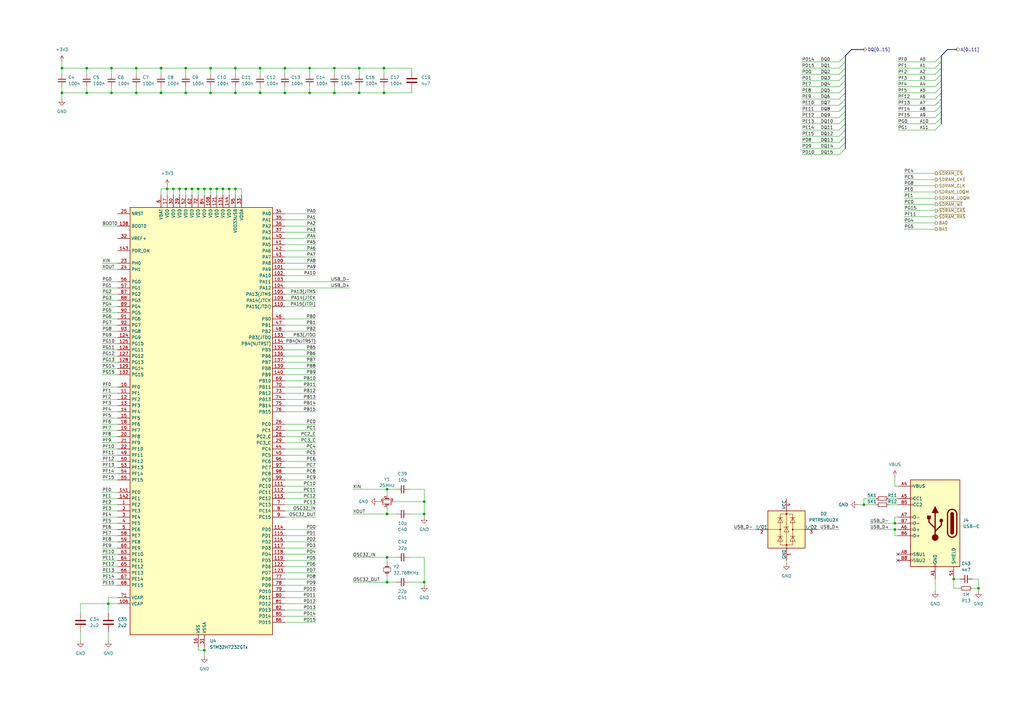
<source format=kicad_sch>
(kicad_sch (version 20231120) (generator "eeschema") (generator_version "8.0")
  (paper "A3")
  (junction (at 44.45 247.65))
  (junction (at 66.04 38.1))
  (junction (at 83.82 77.47))
  (junction (at 73.66 77.47))
  (junction (at 88.9 77.47))
  (junction (at 86.36 38.1))
  (junction (at 157.48 38.1))
  (junction (at 25.4 27.94))
  (junction (at 35.56 38.1))
  (junction (at 147.32 27.94))
  (junction (at 158.75 238.76))
  (junction (at 127 27.94))
  (junction (at 401.32 241.3))
  (junction (at 173.99 210.82))
  (junction (at 76.2 77.47))
  (junction (at 81.28 77.47))
  (junction (at 158.75 228.6))
  (junction (at 127 38.1))
  (junction (at 96.52 27.94))
  (junction (at 83.82 266.7))
  (junction (at 173.99 238.76))
  (junction (at 86.36 27.94))
  (junction (at 76.2 27.94))
  (junction (at 55.88 27.94))
  (junction (at 76.2 38.1))
  (junction (at 93.98 77.47))
  (junction (at 78.74 77.47))
  (junction (at 106.68 27.94))
  (junction (at 45.72 38.1))
  (junction (at 45.72 27.94))
  (junction (at 354.33 207.01))
  (junction (at 71.12 77.47))
  (junction (at 158.75 210.82))
  (junction (at 367.03 217.17))
  (junction (at 116.84 27.94))
  (junction (at 173.99 205.74))
  (junction (at 68.58 77.47))
  (junction (at 116.84 38.1))
  (junction (at 96.52 77.47))
  (junction (at 91.44 77.47))
  (junction (at 35.56 27.94))
  (junction (at 158.75 200.66))
  (junction (at 106.68 38.1))
  (junction (at 86.36 77.47))
  (junction (at 367.03 214.63))
  (junction (at 66.04 27.94))
  (junction (at 137.16 27.94))
  (junction (at 137.16 38.1))
  (junction (at 96.52 38.1))
  (junction (at 55.88 38.1))
  (junction (at 147.32 38.1))
  (junction (at 391.16 237.49))
  (junction (at 25.4 38.1))
  (junction (at 157.48 27.94))
  (no_connect (at 368.3 229.87))
  (no_connect (at 368.3 227.33))
  (bus_entry (at 344.17 58.42) (size 2.54 -2.54))
  (bus_entry (at 344.17 63.5) (size 2.54 -2.54))
  (bus_entry (at 344.17 60.96) (size 2.54 -2.54))
  (bus_entry (at 383.54 38.1) (size 2.54 -2.54))
  (bus_entry (at 383.54 45.72) (size 2.54 -2.54))
  (bus_entry (at 344.17 33.02) (size 2.54 -2.54))
  (bus_entry (at 344.17 45.72) (size 2.54 -2.54))
  (bus_entry (at 344.17 38.1) (size 2.54 -2.54))
  (bus_entry (at 383.54 40.64) (size 2.54 -2.54))
  (bus_entry (at 344.17 48.26) (size 2.54 -2.54))
  (bus_entry (at 344.17 43.18) (size 2.54 -2.54))
  (bus_entry (at 383.54 50.8) (size 2.54 -2.54))
  (bus_entry (at 344.17 53.34) (size 2.54 -2.54))
  (bus_entry (at 344.17 35.56) (size 2.54 -2.54))
  (bus_entry (at 344.17 25.4) (size 2.54 -2.54))
  (bus_entry (at 383.54 25.4) (size 2.54 -2.54))
  (bus_entry (at 383.54 27.94) (size 2.54 -2.54))
  (bus_entry (at 383.54 33.02) (size 2.54 -2.54))
  (bus_entry (at 383.54 48.26) (size 2.54 -2.54))
  (bus_entry (at 383.54 53.34) (size 2.54 -2.54))
  (bus_entry (at 344.17 50.8) (size 2.54 -2.54))
  (bus_entry (at 344.17 27.94) (size 2.54 -2.54))
  (bus_entry (at 344.17 55.88) (size 2.54 -2.54))
  (bus_entry (at 383.54 35.56) (size 2.54 -2.54))
  (bus_entry (at 344.17 40.64) (size 2.54 -2.54))
  (bus_entry (at 383.54 30.48) (size 2.54 -2.54))
  (bus_entry (at 344.17 30.48) (size 2.54 -2.54))
  (bus_entry (at 383.54 43.18) (size 2.54 -2.54))
  (wire (pts (xy 83.82 266.7) (xy 83.82 265.43)))
  (wire (pts (xy 364.49 207.01) (xy 368.3 207.01)))
  (wire (pts (xy 41.91 179.07) (xy 48.26 179.07)))
  (wire (pts (xy 66.04 35.56) (xy 66.04 38.1)))
  (wire (pts (xy 129.54 163.83) (xy 116.84 163.83)))
  (wire (pts (xy 41.91 146.05) (xy 48.26 146.05)))
  (wire (pts (xy 368.3 212.09) (xy 367.03 212.09)))
  (wire (pts (xy 129.54 158.75) (xy 116.84 158.75)))
  (wire (pts (xy 41.91 219.71) (xy 48.26 219.71)))
  (bus (pts (xy 346.71 43.18) (xy 346.71 45.72)))
  (wire (pts (xy 137.16 35.56) (xy 137.16 38.1)))
  (wire (pts (xy 328.93 40.64) (xy 344.17 40.64)))
  (wire (pts (xy 41.91 158.75) (xy 48.26 158.75)))
  (wire (pts (xy 173.99 205.74) (xy 173.99 210.82)))
  (wire (pts (xy 356.87 217.17) (xy 367.03 217.17)))
  (wire (pts (xy 25.4 25.4) (xy 25.4 27.94)))
  (wire (pts (xy 45.72 38.1) (xy 55.88 38.1)))
  (wire (pts (xy 45.72 27.94) (xy 45.72 30.48)))
  (bus (pts (xy 346.71 27.94) (xy 346.71 30.48)))
  (wire (pts (xy 66.04 38.1) (xy 76.2 38.1)))
  (wire (pts (xy 81.28 77.47) (xy 81.28 80.01)))
  (wire (pts (xy 41.91 110.49) (xy 48.26 110.49)))
  (wire (pts (xy 328.93 50.8) (xy 344.17 50.8)))
  (wire (pts (xy 41.91 204.47) (xy 48.26 204.47)))
  (wire (pts (xy 73.66 77.47) (xy 76.2 77.47)))
  (wire (pts (xy 129.54 130.81) (xy 116.84 130.81)))
  (wire (pts (xy 88.9 77.47) (xy 88.9 80.01)))
  (wire (pts (xy 367.03 214.63) (xy 368.3 214.63)))
  (wire (pts (xy 129.54 133.35) (xy 116.84 133.35)))
  (wire (pts (xy 173.99 238.76) (xy 173.99 240.03)))
  (wire (pts (xy 86.36 38.1) (xy 96.52 38.1)))
  (wire (pts (xy 81.28 265.43) (xy 81.28 266.7)))
  (wire (pts (xy 137.16 27.94) (xy 137.16 30.48)))
  (wire (pts (xy 41.91 194.31) (xy 48.26 194.31)))
  (wire (pts (xy 393.7 241.3) (xy 391.16 241.3)))
  (wire (pts (xy 328.93 30.48) (xy 344.17 30.48)))
  (wire (pts (xy 41.91 92.71) (xy 48.26 92.71)))
  (wire (pts (xy 25.4 27.94) (xy 25.4 30.48)))
  (wire (pts (xy 96.52 77.47) (xy 96.52 80.01)))
  (wire (pts (xy 157.48 38.1) (xy 168.91 38.1)))
  (wire (pts (xy 370.84 78.74) (xy 383.54 78.74)))
  (wire (pts (xy 35.56 27.94) (xy 35.56 30.48)))
  (wire (pts (xy 129.54 161.29) (xy 116.84 161.29)))
  (bus (pts (xy 346.71 40.64) (xy 346.71 43.18)))
  (wire (pts (xy 158.75 228.6) (xy 158.75 231.14)))
  (wire (pts (xy 173.99 200.66) (xy 173.99 205.74)))
  (wire (pts (xy 41.91 140.97) (xy 48.26 140.97)))
  (wire (pts (xy 162.56 228.6) (xy 158.75 228.6)))
  (wire (pts (xy 129.54 138.43) (xy 116.84 138.43)))
  (wire (pts (xy 116.84 179.07) (xy 129.54 179.07)))
  (wire (pts (xy 116.84 115.57) (xy 143.51 115.57)))
  (wire (pts (xy 368.3 38.1) (xy 383.54 38.1)))
  (wire (pts (xy 41.91 240.03) (xy 48.26 240.03)))
  (wire (pts (xy 391.16 237.49) (xy 393.7 237.49)))
  (wire (pts (xy 41.91 234.95) (xy 48.26 234.95)))
  (wire (pts (xy 344.17 217.17) (xy 335.28 217.17)))
  (wire (pts (xy 368.3 35.56) (xy 383.54 35.56)))
  (wire (pts (xy 41.91 168.91) (xy 48.26 168.91)))
  (wire (pts (xy 41.91 232.41) (xy 48.26 232.41)))
  (wire (pts (xy 129.54 97.79) (xy 116.84 97.79)))
  (wire (pts (xy 147.32 27.94) (xy 157.48 27.94)))
  (wire (pts (xy 41.91 189.23) (xy 48.26 189.23)))
  (wire (pts (xy 328.93 38.1) (xy 344.17 38.1)))
  (wire (pts (xy 96.52 38.1) (xy 106.68 38.1)))
  (wire (pts (xy 116.84 181.61) (xy 129.54 181.61)))
  (bus (pts (xy 346.71 35.56) (xy 346.71 38.1)))
  (wire (pts (xy 48.26 247.65) (xy 44.45 247.65)))
  (wire (pts (xy 368.3 53.34) (xy 383.54 53.34)))
  (bus (pts (xy 346.71 33.02) (xy 346.71 35.56)))
  (bus (pts (xy 386.08 45.72) (xy 386.08 48.26)))
  (wire (pts (xy 35.56 27.94) (xy 45.72 27.94)))
  (bus (pts (xy 386.08 30.48) (xy 386.08 33.02)))
  (wire (pts (xy 116.84 201.93) (xy 129.54 201.93)))
  (wire (pts (xy 41.91 120.65) (xy 48.26 120.65)))
  (wire (pts (xy 129.54 87.63) (xy 116.84 87.63)))
  (wire (pts (xy 356.87 214.63) (xy 367.03 214.63)))
  (wire (pts (xy 88.9 77.47) (xy 91.44 77.47)))
  (wire (pts (xy 33.02 262.89) (xy 33.02 259.08)))
  (wire (pts (xy 106.68 27.94) (xy 116.84 27.94)))
  (wire (pts (xy 55.88 27.94) (xy 66.04 27.94)))
  (wire (pts (xy 157.48 27.94) (xy 168.91 27.94)))
  (wire (pts (xy 41.91 143.51) (xy 48.26 143.51)))
  (wire (pts (xy 328.93 55.88) (xy 344.17 55.88)))
  (wire (pts (xy 41.91 123.19) (xy 48.26 123.19)))
  (wire (pts (xy 328.93 33.02) (xy 344.17 33.02)))
  (wire (pts (xy 106.68 38.1) (xy 116.84 38.1)))
  (wire (pts (xy 106.68 35.56) (xy 106.68 38.1)))
  (wire (pts (xy 116.84 27.94) (xy 116.84 30.48)))
  (wire (pts (xy 116.84 222.25) (xy 129.54 222.25)))
  (wire (pts (xy 44.45 247.65) (xy 44.45 251.46)))
  (bus (pts (xy 349.25 20.32) (xy 354.33 20.32)))
  (wire (pts (xy 55.88 38.1) (xy 66.04 38.1)))
  (wire (pts (xy 76.2 27.94) (xy 76.2 30.48)))
  (wire (pts (xy 129.54 168.91) (xy 116.84 168.91)))
  (wire (pts (xy 129.54 140.97) (xy 116.84 140.97)))
  (wire (pts (xy 91.44 77.47) (xy 93.98 77.47)))
  (wire (pts (xy 41.91 171.45) (xy 48.26 171.45)))
  (wire (pts (xy 370.84 93.98) (xy 383.54 93.98)))
  (wire (pts (xy 86.36 35.56) (xy 86.36 38.1)))
  (wire (pts (xy 391.16 241.3) (xy 391.16 237.49)))
  (wire (pts (xy 41.91 148.59) (xy 48.26 148.59)))
  (wire (pts (xy 368.3 50.8) (xy 383.54 50.8)))
  (wire (pts (xy 328.93 45.72) (xy 344.17 45.72)))
  (wire (pts (xy 41.91 237.49) (xy 48.26 237.49)))
  (wire (pts (xy 129.54 113.03) (xy 116.84 113.03)))
  (wire (pts (xy 328.93 25.4) (xy 344.17 25.4)))
  (wire (pts (xy 354.33 204.47) (xy 354.33 207.01)))
  (wire (pts (xy 81.28 77.47) (xy 83.82 77.47)))
  (wire (pts (xy 127 27.94) (xy 137.16 27.94)))
  (wire (pts (xy 116.84 38.1) (xy 127 38.1)))
  (wire (pts (xy 68.58 76.2) (xy 68.58 77.47)))
  (bus (pts (xy 386.08 38.1) (xy 386.08 40.64)))
  (bus (pts (xy 386.08 40.64) (xy 386.08 43.18)))
  (wire (pts (xy 116.84 252.73) (xy 129.54 252.73)))
  (wire (pts (xy 328.93 35.56) (xy 344.17 35.56)))
  (wire (pts (xy 129.54 143.51) (xy 116.84 143.51)))
  (wire (pts (xy 41.91 212.09) (xy 48.26 212.09)))
  (wire (pts (xy 158.75 238.76) (xy 158.75 236.22)))
  (wire (pts (xy 83.82 77.47) (xy 83.82 80.01)))
  (wire (pts (xy 81.28 266.7) (xy 83.82 266.7)))
  (wire (pts (xy 370.84 91.44) (xy 383.54 91.44)))
  (wire (pts (xy 99.06 77.47) (xy 99.06 80.01)))
  (wire (pts (xy 173.99 210.82) (xy 173.99 212.09)))
  (bus (pts (xy 346.71 25.4) (xy 346.71 27.94)))
  (wire (pts (xy 116.84 173.99) (xy 129.54 173.99)))
  (wire (pts (xy 41.91 186.69) (xy 48.26 186.69)))
  (wire (pts (xy 370.84 81.28) (xy 383.54 81.28)))
  (wire (pts (xy 86.36 27.94) (xy 86.36 30.48)))
  (wire (pts (xy 127 38.1) (xy 137.16 38.1)))
  (wire (pts (xy 55.88 35.56) (xy 55.88 38.1)))
  (wire (pts (xy 309.88 217.17) (xy 300.99 217.17)))
  (wire (pts (xy 41.91 207.01) (xy 48.26 207.01)))
  (wire (pts (xy 116.84 186.69) (xy 129.54 186.69)))
  (wire (pts (xy 45.72 35.56) (xy 45.72 38.1)))
  (wire (pts (xy 368.3 27.94) (xy 383.54 27.94)))
  (wire (pts (xy 158.75 210.82) (xy 158.75 208.28)))
  (wire (pts (xy 76.2 35.56) (xy 76.2 38.1)))
  (wire (pts (xy 161.29 205.74) (xy 173.99 205.74)))
  (wire (pts (xy 368.3 45.72) (xy 383.54 45.72)))
  (wire (pts (xy 168.91 36.83) (xy 168.91 38.1)))
  (wire (pts (xy 328.93 48.26) (xy 344.17 48.26)))
  (wire (pts (xy 41.91 217.17) (xy 48.26 217.17)))
  (wire (pts (xy 33.02 247.65) (xy 33.02 251.46)))
  (bus (pts (xy 386.08 33.02) (xy 386.08 35.56)))
  (wire (pts (xy 116.84 232.41) (xy 129.54 232.41)))
  (wire (pts (xy 328.93 43.18) (xy 344.17 43.18)))
  (wire (pts (xy 83.82 77.47) (xy 86.36 77.47)))
  (wire (pts (xy 116.84 245.11) (xy 129.54 245.11)))
  (wire (pts (xy 116.84 27.94) (xy 127 27.94)))
  (wire (pts (xy 368.3 48.26) (xy 383.54 48.26)))
  (wire (pts (xy 41.91 125.73) (xy 48.26 125.73)))
  (wire (pts (xy 35.56 38.1) (xy 45.72 38.1)))
  (wire (pts (xy 367.03 199.39) (xy 368.3 199.39)))
  (wire (pts (xy 129.54 125.73) (xy 116.84 125.73)))
  (wire (pts (xy 78.74 77.47) (xy 81.28 77.47)))
  (bus (pts (xy 346.71 30.48) (xy 346.71 33.02)))
  (wire (pts (xy 328.93 60.96) (xy 344.17 60.96)))
  (wire (pts (xy 168.91 29.21) (xy 168.91 27.94)))
  (wire (pts (xy 368.3 25.4) (xy 383.54 25.4)))
  (wire (pts (xy 116.84 242.57) (xy 129.54 242.57)))
  (wire (pts (xy 328.93 63.5) (xy 344.17 63.5)))
  (wire (pts (xy 66.04 27.94) (xy 76.2 27.94)))
  (wire (pts (xy 41.91 173.99) (xy 48.26 173.99)))
  (wire (pts (xy 116.84 227.33) (xy 129.54 227.33)))
  (wire (pts (xy 162.56 200.66) (xy 158.75 200.66)))
  (wire (pts (xy 41.91 128.27) (xy 48.26 128.27)))
  (wire (pts (xy 368.3 40.64) (xy 383.54 40.64)))
  (wire (pts (xy 68.58 77.47) (xy 71.12 77.47)))
  (wire (pts (xy 68.58 77.47) (xy 68.58 80.01)))
  (wire (pts (xy 383.54 71.12) (xy 370.84 71.12)))
  (wire (pts (xy 137.16 27.94) (xy 147.32 27.94)))
  (wire (pts (xy 96.52 77.47) (xy 99.06 77.47)))
  (wire (pts (xy 41.91 224.79) (xy 48.26 224.79)))
  (bus (pts (xy 346.71 48.26) (xy 346.71 50.8)))
  (wire (pts (xy 144.78 238.76) (xy 158.75 238.76)))
  (wire (pts (xy 41.91 214.63) (xy 48.26 214.63)))
  (wire (pts (xy 116.84 229.87) (xy 129.54 229.87)))
  (wire (pts (xy 157.48 35.56) (xy 157.48 38.1)))
  (wire (pts (xy 129.54 135.89) (xy 116.84 135.89)))
  (wire (pts (xy 66.04 80.01) (xy 66.04 77.47)))
  (wire (pts (xy 71.12 77.47) (xy 71.12 80.01)))
  (wire (pts (xy 83.82 269.24) (xy 83.82 266.7)))
  (wire (pts (xy 147.32 38.1) (xy 157.48 38.1)))
  (wire (pts (xy 144.78 210.82) (xy 158.75 210.82)))
  (wire (pts (xy 76.2 77.47) (xy 78.74 77.47)))
  (wire (pts (xy 116.84 118.11) (xy 143.51 118.11)))
  (wire (pts (xy 401.32 241.3) (xy 401.32 237.49)))
  (bus (pts (xy 386.08 27.94) (xy 386.08 30.48)))
  (wire (pts (xy 41.91 209.55) (xy 48.26 209.55)))
  (bus (pts (xy 346.71 58.42) (xy 346.71 60.96)))
  (wire (pts (xy 367.03 195.58) (xy 367.03 199.39)))
  (wire (pts (xy 401.32 242.57) (xy 401.32 241.3)))
  (wire (pts (xy 76.2 27.94) (xy 86.36 27.94)))
  (wire (pts (xy 354.33 207.01) (xy 359.41 207.01)))
  (wire (pts (xy 66.04 77.47) (xy 68.58 77.47)))
  (wire (pts (xy 322.58 231.14) (xy 322.58 229.87)))
  (wire (pts (xy 129.54 146.05) (xy 116.84 146.05)))
  (wire (pts (xy 364.49 204.47) (xy 368.3 204.47)))
  (wire (pts (xy 116.84 237.49) (xy 129.54 237.49)))
  (wire (pts (xy 93.98 77.47) (xy 96.52 77.47)))
  (wire (pts (xy 41.91 176.53) (xy 48.26 176.53)))
  (wire (pts (xy 129.54 166.37) (xy 116.84 166.37)))
  (wire (pts (xy 116.84 219.71) (xy 129.54 219.71)))
  (wire (pts (xy 41.91 118.11) (xy 48.26 118.11)))
  (wire (pts (xy 129.54 123.19) (xy 116.84 123.19)))
  (wire (pts (xy 116.84 212.09) (xy 129.54 212.09)))
  (wire (pts (xy 76.2 38.1) (xy 86.36 38.1)))
  (wire (pts (xy 93.98 77.47) (xy 93.98 80.01)))
  (wire (pts (xy 137.16 38.1) (xy 147.32 38.1)))
  (wire (pts (xy 328.93 58.42) (xy 344.17 58.42)))
  (wire (pts (xy 25.4 35.56) (xy 25.4 38.1)))
  (bus (pts (xy 386.08 43.18) (xy 386.08 45.72)))
  (wire (pts (xy 41.91 227.33) (xy 48.26 227.33)))
  (wire (pts (xy 71.12 77.47) (xy 73.66 77.47)))
  (wire (pts (xy 116.84 234.95) (xy 129.54 234.95)))
  (wire (pts (xy 41.91 222.25) (xy 48.26 222.25)))
  (wire (pts (xy 116.84 191.77) (xy 129.54 191.77)))
  (wire (pts (xy 78.74 77.47) (xy 78.74 80.01)))
  (wire (pts (xy 147.32 27.94) (xy 147.32 30.48)))
  (wire (pts (xy 367.03 217.17) (xy 368.3 217.17)))
  (wire (pts (xy 368.3 33.02) (xy 383.54 33.02)))
  (wire (pts (xy 41.91 138.43) (xy 48.26 138.43)))
  (wire (pts (xy 129.54 148.59) (xy 116.84 148.59)))
  (wire (pts (xy 167.64 200.66) (xy 173.99 200.66)))
  (wire (pts (xy 351.79 207.01) (xy 354.33 207.01)))
  (wire (pts (xy 401.32 237.49) (xy 398.78 237.49)))
  (wire (pts (xy 167.64 210.82) (xy 173.99 210.82)))
  (wire (pts (xy 328.93 53.34) (xy 344.17 53.34)))
  (bus (pts (xy 349.25 20.32) (xy 346.71 22.86)))
  (wire (pts (xy 116.84 189.23) (xy 129.54 189.23)))
  (wire (pts (xy 116.84 176.53) (xy 129.54 176.53)))
  (wire (pts (xy 367.03 219.71) (xy 367.03 217.17)))
  (wire (pts (xy 96.52 27.94) (xy 106.68 27.94)))
  (wire (pts (xy 41.91 151.13) (xy 48.26 151.13)))
  (wire (pts (xy 328.93 27.94) (xy 344.17 27.94)))
  (wire (pts (xy 368.3 219.71) (xy 367.03 219.71)))
  (wire (pts (xy 41.91 201.93) (xy 48.26 201.93)))
  (wire (pts (xy 44.45 262.89) (xy 44.45 259.08)))
  (wire (pts (xy 66.04 27.94) (xy 66.04 30.48)))
  (wire (pts (xy 116.84 35.56) (xy 116.84 38.1)))
  (wire (pts (xy 41.91 181.61) (xy 48.26 181.61)))
  (bus (pts (xy 386.08 25.4) (xy 386.08 27.94)))
  (bus (pts (xy 388.62 20.32) (xy 386.08 22.86)))
  (wire (pts (xy 370.84 76.2) (xy 383.54 76.2)))
  (wire (pts (xy 25.4 38.1) (xy 25.4 40.64)))
  (wire (pts (xy 41.91 161.29) (xy 48.26 161.29)))
  (bus (pts (xy 346.71 22.86) (xy 346.71 25.4)))
  (wire (pts (xy 116.84 184.15) (xy 129.54 184.15)))
  (wire (pts (xy 96.52 35.56) (xy 96.52 38.1)))
  (wire (pts (xy 116.84 217.17) (xy 129.54 217.17)))
  (wire (pts (xy 116.84 250.19) (xy 129.54 250.19)))
  (bus (pts (xy 346.71 50.8) (xy 346.71 53.34)))
  (wire (pts (xy 116.84 240.03) (xy 129.54 240.03)))
  (bus (pts (xy 388.62 20.32) (xy 392.43 20.32)))
  (bus (pts (xy 386.08 35.56) (xy 386.08 38.1)))
  (wire (pts (xy 398.78 241.3) (xy 401.32 241.3)))
  (bus (pts (xy 346.71 38.1) (xy 346.71 40.64)))
  (wire (pts (xy 116.84 255.27) (xy 129.54 255.27)))
  (wire (pts (xy 86.36 27.94) (xy 96.52 27.94)))
  (wire (pts (xy 127 35.56) (xy 127 38.1)))
  (wire (pts (xy 116.84 204.47) (xy 129.54 204.47)))
  (wire (pts (xy 86.36 77.47) (xy 88.9 77.47)))
  (wire (pts (xy 167.64 238.76) (xy 173.99 238.76)))
  (wire (pts (xy 116.84 224.79) (xy 129.54 224.79)))
  (wire (pts (xy 129.54 153.67) (xy 116.84 153.67)))
  (wire (pts (xy 147.32 35.56) (xy 147.32 38.1)))
  (wire (pts (xy 383.54 83.82) (xy 370.84 83.82)))
  (wire (pts (xy 383.54 73.66) (xy 370.84 73.66)))
  (bus (pts (xy 386.08 22.86) (xy 386.08 25.4)))
  (wire (pts (xy 116.84 196.85) (xy 129.54 196.85)))
  (wire (pts (xy 41.91 135.89) (xy 48.26 135.89)))
  (bus (pts (xy 346.71 55.88) (xy 346.71 58.42)))
  (wire (pts (xy 129.54 151.13) (xy 116.84 151.13)))
  (wire (pts (xy 116.84 207.01) (xy 129.54 207.01)))
  (wire (pts (xy 167.64 228.6) (xy 173.99 228.6)))
  (wire (pts (xy 359.41 204.47) (xy 354.33 204.47)))
  (wire (pts (xy 116.84 247.65) (xy 129.54 247.65)))
  (wire (pts (xy 129.54 120.65) (xy 116.84 120.65)))
  (wire (pts (xy 129.54 95.25) (xy 116.84 95.25)))
  (wire (pts (xy 162.56 210.82) (xy 158.75 210.82)))
  (wire (pts (xy 41.91 130.81) (xy 48.26 130.81)))
  (wire (pts (xy 129.54 92.71) (xy 116.84 92.71)))
  (wire (pts (xy 86.36 77.47) (xy 86.36 80.01)))
  (wire (pts (xy 48.26 245.11) (xy 44.45 245.11)))
  (wire (pts (xy 41.91 133.35) (xy 48.26 133.35)))
  (wire (pts (xy 144.78 228.6) (xy 158.75 228.6)))
  (wire (pts (xy 129.54 102.87) (xy 116.84 102.87)))
  (wire (pts (xy 41.91 184.15) (xy 48.26 184.15)))
  (wire (pts (xy 162.56 238.76) (xy 158.75 238.76)))
  (wire (pts (xy 41.91 153.67) (xy 48.26 153.67)))
  (wire (pts (xy 129.54 156.21) (xy 116.84 156.21)))
  (wire (pts (xy 157.48 27.94) (xy 157.48 30.48)))
  (wire (pts (xy 41.91 229.87) (xy 48.26 229.87)))
  (bus (pts (xy 346.71 45.72) (xy 346.71 48.26)))
  (wire (pts (xy 55.88 27.94) (xy 55.88 30.48)))
  (wire (pts (xy 370.84 86.36) (xy 383.54 86.36)))
  (wire (pts (xy 41.91 191.77) (xy 48.26 191.77)))
  (wire (pts (xy 25.4 27.94) (xy 35.56 27.94)))
  (wire (pts (xy 25.4 38.1) (xy 35.56 38.1)))
  (wire (pts (xy 41.91 196.85) (xy 48.26 196.85)))
  (wire (pts (xy 44.45 247.65) (xy 33.02 247.65)))
  (wire (pts (xy 116.84 194.31) (xy 129.54 194.31)))
  (wire (pts (xy 129.54 90.17) (xy 116.84 90.17)))
  (wire (pts (xy 45.72 27.94) (xy 55.88 27.94)))
  (wire (pts (xy 383.54 242.57) (xy 383.54 237.49)))
  (wire (pts (xy 368.3 43.18) (xy 383.54 43.18)))
  (wire (pts (xy 76.2 77.47) (xy 76.2 80.01)))
  (wire (pts (xy 41.91 107.95) (xy 48.26 107.95)))
  (wire (pts (xy 96.52 27.94) (xy 96.52 30.48)))
  (wire (pts (xy 368.3 30.48) (xy 383.54 30.48)))
  (wire (pts (xy 73.66 77.47) (xy 73.66 80.01)))
  (wire (pts (xy 116.84 199.39) (xy 129.54 199.39)))
  (wire (pts (xy 41.91 166.37) (xy 48.26 166.37)))
  (wire (pts (xy 173.99 228.6) (xy 173.99 238.76)))
  (bus (pts (xy 386.08 48.26) (xy 386.08 50.8)))
  (wire (pts (xy 44.45 245.11) (xy 44.45 247.65)))
  (wire (pts (xy 41.91 115.57) (xy 48.26 115.57)))
  (wire (pts (xy 127 27.94) (xy 127 30.48)))
  (wire (pts (xy 158.75 200.66) (xy 158.75 203.2)))
  (wire (pts (xy 116.84 209.55) (xy 129.54 209.55)))
  (wire (pts (xy 106.68 27.94) (xy 106.68 30.48)))
  (wire (pts (xy 129.54 107.95) (xy 116.84 107.95)))
  (wire (pts (xy 129.54 100.33) (xy 116.84 100.33)))
  (wire (pts (xy 41.91 163.83) (xy 48.26 163.83)))
  (wire (pts (xy 129.54 105.41) (xy 116.84 105.41)))
  (wire (pts (xy 144.78 200.66) (xy 158.75 200.66)))
  (wire (pts (xy 91.44 77.47) (xy 91.44 80.01)))
  (wire (pts (xy 35.56 35.56) (xy 35.56 38.1)))
  (wire (pts (xy 129.54 110.49) (xy 116.84 110.49)))
  (bus (pts (xy 346.71 53.34) (xy 346.71 55.88)))
  (wire (pts (xy 370.84 88.9) (xy 383.54 88.9)))
  (wire (pts (xy 367.03 212.09) (xy 367.03 214.63)))
  (wire (pts (xy 156.21 205.74) (xy 154.94 205.74)))
  (label "PB1" (at 129.54 133.35 180))
  (label "PE13" (at 41.91 234.95 0))
  (label "PG8" (at 370.84 76.2 0))
  (label "DQ3" (at 336.55 33.02 0))
  (label "PE10" (at 328.93 43.18 0))
  (label "PE7" (at 41.91 219.71 0))
  (label "PG5" (at 41.91 128.27 0))
  (label "PE8" (at 328.93 38.1 0))
  (label "PB8" (at 129.54 151.13 180))
  (label "PG11" (at 41.91 143.51 0))
  (label "A4" (at 377.19 35.56 0))
  (label "PG5" (at 370.84 93.98 0))
  (label "XIN" (at 41.91 107.95 0))
  (label "XOUT" (at 41.91 110.49 0))
  (label "PE8" (at 41.91 222.25 0))
  (label "OSC32_OUT" (at 129.54 212.09 180))
  (label "PA1" (at 129.54 90.17 180))
  (label "PB6" (at 129.54 146.05 180))
  (label "PF2" (at 368.3 30.48 0))
  (label "PF9" (at 41.91 181.61 0))
  (label "PC8" (at 129.54 194.31 180))
  (label "USB_D-" (at 300.99 217.17 0))
  (label "PF15" (at 41.91 196.85 0))
  (label "PD0" (at 129.54 217.17 180))
  (label "PC7" (at 129.54 191.77 180))
  (label "PE1" (at 370.84 81.28 0))
  (label "A5" (at 377.19 38.1 0))
  (label "PA0" (at 129.54 87.63 180))
  (label "A8" (at 377.19 45.72 0))
  (label "A1" (at 377.19 27.94 0))
  (label "DQ2" (at 336.55 30.48 0))
  (label "PB2" (at 129.54 135.89 180))
  (label "PD4" (at 129.54 227.33 180))
  (label "DQ15" (at 336.55 63.5 0))
  (label "PB4(NJTRST)" (at 129.54 140.97 180))
  (label "PE11" (at 41.91 229.87 0))
  (label "PG6" (at 41.91 130.81 0))
  (label "PA6" (at 129.54 102.87 180))
  (label "PF3" (at 368.3 33.02 0))
  (label "PF14" (at 368.3 45.72 0))
  (label "PF5" (at 368.3 38.1 0))
  (label "PF0" (at 41.91 158.75 0))
  (label "PF0" (at 368.3 25.4 0))
  (label "PB15" (at 129.54 168.91 180))
  (label "USB_D+" (at 143.51 118.11 180))
  (label "PF4" (at 41.91 168.91 0))
  (label "PG14" (at 41.91 151.13 0))
  (label "PF5" (at 41.91 171.45 0))
  (label "PE12" (at 41.91 232.41 0))
  (label "PG2" (at 41.91 120.65 0))
  (label "PD1" (at 328.93 33.02 0))
  (label "PF4" (at 368.3 35.56 0))
  (label "PA10" (at 129.54 113.03 180))
  (label "A11" (at 377.19 53.34 0))
  (label "DQ14" (at 336.55 60.96 0))
  (label "PE7" (at 328.93 35.56 0))
  (label "PC4" (at 129.54 184.15 180))
  (label "PA2" (at 129.54 92.71 180))
  (label "PF14" (at 41.91 194.31 0))
  (label "PC6" (at 129.54 189.23 180))
  (label "PG15" (at 370.84 86.36 0))
  (label "PA7" (at 129.54 105.41 180))
  (label "PC5" (at 129.54 186.69 180))
  (label "PE12" (at 328.93 48.26 0))
  (label "PD0" (at 328.93 30.48 0))
  (label "A7" (at 377.19 43.18 0))
  (label "PE15" (at 41.91 240.03 0))
  (label "PG0" (at 368.3 50.8 0))
  (label "PF3" (at 41.91 166.37 0))
  (label "PF11" (at 41.91 186.69 0))
  (label "PB9" (at 129.54 153.67 180))
  (label "USB_D+" (at 344.17 217.17 180))
  (label "PD10" (at 129.54 242.57 180))
  (label "USB_D+" (at 356.87 217.17 0))
  (label "PE6" (at 41.91 217.17 0))
  (label "PE9" (at 328.93 40.64 0))
  (label "PE2" (at 41.91 207.01 0))
  (label "PE13" (at 328.93 50.8 0))
  (label "PA3" (at 129.54 95.25 180))
  (label "DQ9" (at 336.55 48.26 0))
  (label "OSC32_IN" (at 144.78 228.6 0))
  (label "PE11" (at 328.93 45.72 0))
  (label "PA8" (at 129.54 107.95 180))
  (label "PG4" (at 41.91 125.73 0))
  (label "USB_D-" (at 356.87 214.63 0))
  (label "A2" (at 377.19 30.48 0))
  (label "PD14" (at 328.93 25.4 0))
  (label "PB0" (at 129.54 130.81 180))
  (label "PG4" (at 370.84 91.44 0))
  (label "PD5" (at 129.54 229.87 180))
  (label "PD7" (at 129.54 234.95 180))
  (label "DQ0" (at 336.55 25.4 0))
  (label "PE0" (at 41.91 201.93 0))
  (label "PG12" (at 41.91 146.05 0))
  (label "PG15" (at 41.91 153.67 0))
  (label "PD15" (at 328.93 27.94 0))
  (label "PA15(JTDI)" (at 129.54 125.73 180))
  (label "PC1" (at 129.54 176.53 180))
  (label "PD9" (at 328.93 60.96 0))
  (label "DQ7" (at 336.55 43.18 0))
  (label "PB10" (at 129.54 156.21 180))
  (label "PA14(JTCK" (at 129.54 123.19 180))
  (label "PF8" (at 41.91 179.07 0))
  (label "PB13" (at 129.54 163.83 180))
  (label "DQ10" (at 336.55 50.8 0))
  (label "PE14" (at 328.93 53.34 0))
  (label "DQ11" (at 336.55 53.34 0))
  (label "PB3(JTDO" (at 129.54 138.43 180))
  (label "XOUT" (at 144.78 210.82 0))
  (label "A10" (at 377.19 50.8 0))
  (label "PG3" (at 41.91 123.19 0))
  (label "PD8" (at 328.93 58.42 0))
  (label "PD6" (at 129.54 232.41 180))
  (label "PG7" (at 41.91 133.35 0))
  (label "PG8" (at 41.91 135.89 0))
  (label "DQ12" (at 336.55 55.88 0))
  (label "PF12" (at 368.3 40.64 0))
  (label "PF1" (at 41.91 161.29 0))
  (label "PD8" (at 129.54 237.49 180))
  (label "PF1" (at 368.3 27.94 0))
  (label "PD11" (at 129.54 245.11 180))
  (label "PF6" (at 41.91 173.99 0))
  (label "PC0" (at 129.54 173.99 180))
  (label "DQ13" (at 336.55 58.42 0))
  (label "PF15" (at 368.3 48.26 0))
  (label "PE10" (at 41.91 227.33 0))
  (label "DQ8" (at 336.55 45.72 0))
  (label "PG1" (at 41.91 118.11 0))
  (label "PG13" (at 41.91 148.59 0))
  (label "DQ6" (at 336.55 40.64 0))
  (label "PB11" (at 129.54 158.75 180))
  (label "PB5" (at 129.54 143.51 180))
  (label "PE15" (at 328.93 55.88 0))
  (label "PB7" (at 129.54 148.59 180))
  (label "PC2_C" (at 129.54 179.07 180))
  (label "PF13" (at 368.3 43.18 0))
  (label "PE0" (at 370.84 78.74 0))
  (label "DQ4" (at 336.55 35.56 0))
  (label "PD1" (at 129.54 219.71 180))
  (label "PB14" (at 129.54 166.37 180))
  (label "OSC32_OUT" (at 144.78 238.76 0))
  (label "PA9" (at 129.54 110.49 180))
  (label "PD9" (at 129.54 240.03 180))
  (label "PC0" (at 370.84 83.82 0))
  (label "A0" (at 377.19 25.4 0))
  (label "DQ5" (at 336.55 38.1 0))
  (label "PE14" (at 41.91 237.49 0))
  (label "A6" (at 377.19 40.64 0))
  (label "XIN" (at 144.78 200.66 0))
  (label "PF10" (at 41.91 184.15 0))
  (label "PC12" (at 129.54 204.47 180))
  (label "OSC32_IN" (at 129.54 209.55 180))
  (label "PD2" (at 129.54 222.25 180))
  (label "PF13" (at 41.91 191.77 0))
  (label "A3" (at 377.19 33.02 0))
  (label "PC5" (at 370.84 73.66 0))
  (label "PE9" (at 41.91 224.79 0))
  (label "PA4" (at 129.54 97.79 180))
  (label "PE4" (at 41.91 212.09 0))
  (label "PF12" (at 41.91 189.23 0))
  (label "PF11" (at 370.84 88.9 0))
  (label "BOOT0" (at 41.91 92.71 0))
  (label "PG1" (at 368.3 53.34 0))
  (label "PE3" (at 41.91 209.55 0))
  (label "PF2" (at 41.91 163.83 0))
  (label "PC9" (at 129.54 196.85 180))
  (label "DQ1" (at 336.55 27.94 0))
  (label "PD12" (at 129.54 247.65 180))
  (label "PD10" (at 328.93 63.5 0))
  (label "USB_D-" (at 143.51 115.57 180))
  (label "PA13(JTMS" (at 129.54 120.65 180))
  (label "PC3_C" (at 129.54 181.61 180))
  (label "PD13" (at 129.54 250.19 180))
  (label "PE1" (at 41.91 204.47 0))
  (label "PC10" (at 129.54 199.39 180))
  (label "PC13" (at 129.54 207.01 180))
  (label "PG9" (at 41.91 138.43 0))
  (label "PF7" (at 41.91 176.53 0))
  (label "PC11" (at 129.54 201.93 180))
  (label "PE5" (at 41.91 214.63 0))
  (label "PD14" (at 129.54 252.73 180))
  (label "PD15" (at 129.54 255.27 180))
  (label "PD3" (at 129.54 224.79 180))
  (label "PC4" (at 370.84 71.12 0))
  (label "PA5" (at 129.54 100.33 180))
  (label "PB12" (at 129.54 161.29 180))
  (label "A9" (at 377.19 48.26 0))
  (label "PG10" (at 41.91 140.97 0))
  (label "PG0" (at 41.91 115.57 0))
  (hierarchical_label "BA1" (shape output) (at 383.54 93.98 0))
  (hierarchical_label "~{SDRAM_RAS}" (shape output) (at 383.54 88.9 0))
  (hierarchical_label "BA0" (shape output) (at 383.54 91.44 0))
  (hierarchical_label "DQ[0..15]" (shape output) (at 354.33 20.32 0))
  (hierarchical_label "SDRAM_LDQM" (shape output) (at 383.54 78.74 0))
  (hierarchical_label "~{SDRAM_CS}" (shape output) (at 383.54 71.12 0))
  (hierarchical_label "SDRAM_CLK" (shape output) (at 383.54 76.2 0))
  (hierarchical_label "SDRAM_CKE" (shape output) (at 383.54 73.66 0))
  (hierarchical_label "~{SDRAM_CAS}" (shape output) (at 383.54 86.36 0))
  (hierarchical_label "~{SDRAM_WE}" (shape output) (at 383.54 83.82 0))
  (hierarchical_label "A[0..11]" (shape output) (at 392.43 20.32 0))
  (hierarchical_label "SDRAM_UDQM" (shape output) (at 383.54 81.28 0))
  (symbol (lib_id "Device:C_Small") (at 116.84 33.02 0) (unit 1)
    (property "Reference" "C13" (at 119.38 31.7563 0) (effects (justify left)))
    (property "Value" "100n" (at 119.38 34.2963 0) (effects (justify left)))
    (property "Footprint" "Capacitor_SMD:C_0402_1005Metric" (effects (hide yes)))
  )
  (symbol (lib_id "MCU_ST_STM32H7:STM32H723ZGTx") (at 81.28 173.99 0) (unit 1)
    (property "Reference" "U4" (at 86.0141 262.89 0) (effects (justify left)))
    (property "Value" "STM32H723ZGTx" (at 86.0141 265.43 0) (effects (justify left)))
    (property "Footprint" "Package_QFP:LQFP-144_20x20mm_P0.5mm" (effects (hide yes)))
    (property "Datasheet" "https://www.st.com/resource/en/datasheet/stm32h723zg.pdf" (effects (hide yes)))
    (property "Description" "STMicroelectronics Arm Cortex-M7 MCU, 1024KB flash, 564KB RAM, 550 MHz, 1.62-3.6V, 114 GPIO, LQFP144" (effects (hide yes)))
  )
  (symbol (lib_id "Device:Crystal_GND24_Small") (at 158.75 205.74 90) (unit 1)
    (property "Reference" "Y1" (at 158.75 196.596 90))
    (property "Value" "25MHz" (at 158.75 199.136 90))
    (property "Footprint" "Crystal:Crystal_SMD_2520-4Pin_2.5x2.0mm" (effects (hide yes)))
    (property "Description" "Four pin crystal, GND on pins 2 and 4, small symbol" (effects (hide yes)))
  )
  (symbol (lib_id "Device:C_Small") (at 165.1 228.6 90) (unit 1)
    (property "Reference" "C42" (at 165.1063 222.25 90))
    (property "Value" "22p" (at 165.1063 224.79 90))
    (property "Footprint" "Capacitor_SMD:C_0402_1005Metric" (effects (hide yes)))
    (property "Description" "Unpolarized capacitor, small symbol" (effects (hide yes)))
  )
  (symbol (lib_id "power:VBUS") (at 367.03 195.58 0) (unit 1)
    (property "Reference" "#PWR055" (effects (hide yes)))
    (property "Value" "VBUS" (at 367.03 190.5 0))
    (property "Description" "Power symbol creates a global label with name \"VBUS\"" (effects (hide yes)))
  )
  (symbol (lib_id "Device:C_Small") (at 66.04 33.02 0) (unit 1)
    (property "Reference" "C8" (at 68.58 31.7563 0) (effects (justify left)))
    (property "Value" "100n" (at 68.58 34.2963 0) (effects (justify left)))
    (property "Footprint" "Capacitor_SMD:C_0402_1005Metric" (effects (hide yes)))
  )
  (symbol (lib_name "GND_7") (lib_id "power:GND") (at 383.54 242.57 0) (unit 1)
    (property "Reference" "#PWR053" (effects (hide yes)))
    (property "Value" "GND" (at 383.54 247.65 0))
    (property "Description" "Power symbol creates a global label with name \"GND\" , ground" (effects (hide yes)))
  )
  (symbol (lib_id "Device:C_Small") (at 165.1 210.82 90) (mirror x) (unit 1)
    (property "Reference" "C40" (at 165.1063 217.17 90))
    (property "Value" "10p" (at 165.1063 214.63 90))
    (property "Footprint" "Capacitor_SMD:C_0402_1005Metric" (effects (hide yes)))
    (property "Description" "Unpolarized capacitor, small symbol" (effects (hide yes)))
  )
  (symbol (lib_id "Device:C") (at 33.02 255.27 0) (unit 1)
    (property "Reference" "C34" (at 36.83 254 0) (effects (justify left)))
    (property "Value" "2u2" (at 36.83 256.54 0) (effects (justify left)))
    (property "Footprint" "Capacitor_SMD:C_0603_1608Metric" (effects (hide yes)))
  )
  (symbol (lib_id "power:GND") (at 33.02 262.89 0) (unit 1)
    (property "Reference" "#PWR035" (effects (hide yes)))
    (property "Value" "GND" (at 33.02 267.97 0))
  )
  (symbol (lib_id "Device:C_Small") (at 157.48 33.02 0) (unit 1)
    (property "Reference" "C17" (at 160.02 31.7563 0) (effects (justify left)))
    (property "Value" "100n" (at 160.02 34.2963 0) (effects (justify left)))
    (property "Footprint" "Capacitor_SMD:C_0402_1005Metric" (effects (hide yes)))
  )
  (symbol (lib_id "Device:C_Small") (at 76.2 33.02 0) (unit 1)
    (property "Reference" "C9" (at 78.74 31.7563 0) (effects (justify left)))
    (property "Value" "100n" (at 78.74 34.2963 0) (effects (justify left)))
    (property "Footprint" "Capacitor_SMD:C_0402_1005Metric" (effects (hide yes)))
  )
  (symbol (lib_id "Device:C") (at 44.45 255.27 0) (unit 1)
    (property "Reference" "C35" (at 48.26 254 0) (effects (justify left)))
    (property "Value" "2u2" (at 48.26 256.54 0) (effects (justify left)))
    (property "Footprint" "Capacitor_SMD:C_0603_1608Metric" (effects (hide yes)))
  )
  (symbol (lib_id "power:GND") (at 44.45 262.89 0) (unit 1)
    (property "Reference" "#PWR036" (effects (hide yes)))
    (property "Value" "GND" (at 44.45 267.97 0))
  )
  (symbol (lib_id "Device:C_Small") (at 396.24 237.49 90) (unit 1)
    (property "Reference" "C43" (at 396.2463 231.14 90))
    (property "Value" "4n7" (at 396.2463 233.68 90))
    (property "Footprint" "Capacitor_SMD:C_0402_1005Metric" (effects (hide yes)))
    (property "Description" "Unpolarized capacitor, small symbol" (effects (hide yes)))
  )
  (symbol (lib_id "Device:C_Small") (at 55.88 33.02 0) (unit 1)
    (property "Reference" "C7" (at 58.42 31.7563 0) (effects (justify left)))
    (property "Value" "100n" (at 58.42 34.2963 0) (effects (justify left)))
    (property "Footprint" "Capacitor_SMD:C_0402_1005Metric" (effects (hide yes)))
  )
  (symbol (lib_id "power:GND") (at 25.4 40.64 0) (unit 1)
    (property "Reference" "#PWR010" (effects (hide yes)))
    (property "Value" "GND" (at 25.4 45.72 0))
  )
  (symbol (lib_id "Device:C_Small") (at 127 33.02 0) (unit 1)
    (property "Reference" "C14" (at 129.54 31.7563 0) (effects (justify left)))
    (property "Value" "100n" (at 129.54 34.2963 0) (effects (justify left)))
    (property "Footprint" "Capacitor_SMD:C_0402_1005Metric" (effects (hide yes)))
  )
  (symbol (lib_id "Device:R_Small") (at 361.95 204.47 90) (unit 1)
    (property "Reference" "R11" (at 366.014 203.2 90))
    (property "Value" "5K1" (at 357.632 203.2 90))
    (property "Footprint" "Resistor_SMD:R_0402_1005Metric" (effects (hide yes)))
    (property "Description" "Resistor, small symbol" (effects (hide yes)))
  )
  (symbol (lib_name "GND_7") (lib_id "power:GND") (at 322.58 231.14 0) (unit 1)
    (property "Reference" "#PWR056" (effects (hide yes)))
    (property "Value" "GND" (at 322.58 236.22 0))
    (property "Description" "Power symbol creates a global label with name \"GND\" , ground" (effects (hide yes)))
  )
  (symbol (lib_name "GND_3") (lib_id "power:GND") (at 173.99 240.03 0) (unit 1)
    (property "Reference" "#PWR041" (effects (hide yes)))
    (property "Value" "GND" (at 173.99 245.11 0))
    (property "Description" "Power symbol creates a global label with name \"GND\" , ground" (effects (hide yes)))
  )
  (symbol (lib_id "Device:C_Small") (at 45.72 33.02 0) (unit 1)
    (property "Reference" "C6" (at 48.26 31.7563 0) (effects (justify left)))
    (property "Value" "100n" (at 48.26 34.2963 0) (effects (justify left)))
    (property "Footprint" "Capacitor_SMD:C_0402_1005Metric" (effects (hide yes)))
  )
  (symbol (lib_name "+3V3_1") (lib_id "power:+3V3") (at 68.58 76.2 0) (unit 1)
    (property "Reference" "#PWR034" (effects (hide yes)))
    (property "Value" "+3V3" (at 68.58 71.12 0))
    (property "Description" "Power symbol creates a global label with name \"+3V3\"" (effects (hide yes)))
  )
  (symbol (lib_id "Device:Crystal_Small") (at 158.75 233.68 90) (unit 1)
    (property "Reference" "Y2" (at 161.29 232.4099 90) (effects (justify right)))
    (property "Value" "32.768KHz" (at 161.29 234.9499 90) (effects (justify right)))
    (property "Footprint" "Crystal:Crystal_SMD_2012-2Pin_2.0x1.2mm" (effects (hide yes)))
    (property "Description" "Two pin crystal, small symbol" (effects (hide yes)))
  )
  (symbol (lib_name "GND_3") (lib_id "power:GND") (at 154.94 205.74 270) (unit 1)
    (property "Reference" "#PWR040" (effects (hide yes)))
    (property "Value" "GND" (at 151.13 205.7399 90) (effects (justify right)))
    (property "Description" "Power symbol creates a global label with name \"GND\" , ground" (effects (hide yes)))
  )
  (symbol (lib_id "Connector:USB_C_Receptacle_USB2.0_16P") (at 383.54 214.63 0) (mirror y) (unit 1)
    (property "Reference" "J4" (at 394.97 213.3599 0) (effects (justify right)))
    (property "Value" "USB-C" (at 394.97 215.8999 0) (effects (justify right)))
    (property "Footprint" "Connector_USB:USB_C_Receptacle_G-Switch_GT-USB-7010ASV" (effects (hide yes)))
    (property "Datasheet" "https://www.usb.org/sites/default/files/documents/usb_type-c.zip" (effects (hide yes)))
    (property "Description" "USB 2.0-only 16P Type-C Receptacle connector" (effects (hide yes)))
  )
  (symbol (lib_name "GND_6") (lib_id "power:GND") (at 351.79 207.01 270) (unit 1)
    (property "Reference" "#PWR052" (effects (hide yes)))
    (property "Value" "GND" (at 347.98 207.0099 90) (effects (justify right)))
    (property "Description" "Power symbol creates a global label with name \"GND\" , ground" (effects (hide yes)))
  )
  (symbol (lib_id "Power_Protection:PRTR5V0U2X") (at 322.58 217.17 0) (unit 1)
    (property "Reference" "D2" (at 337.82 210.7498 0))
    (property "Value" "PRTR5V0U2X" (at 337.82 213.2898 0))
    (property "Footprint" "Package_TO_SOT_SMD:SOT-143" (effects (hide yes)))
    (property "Datasheet" "https://assets.nexperia.com/documents/data-sheet/PRTR5V0U2X.pdf" (effects (hide yes)))
    (property "Description" "Ultra low capacitance double rail-to-rail ESD protection diode, SOT-143" (effects (hide yes)))
  )
  (symbol (lib_id "Device:C_Small") (at 165.1 238.76 90) (mirror x) (unit 1)
    (property "Reference" "C41" (at 165.1063 245.11 90))
    (property "Value" "22p" (at 165.1063 242.57 90))
    (property "Footprint" "Capacitor_SMD:C_0402_1005Metric" (effects (hide yes)))
    (property "Description" "Unpolarized capacitor, small symbol" (effects (hide yes)))
  )
  (symbol (lib_id "power:+3V3") (at 25.4 25.4 0) (unit 1)
    (property "Reference" "#PWR03" (effects (hide yes)))
    (property "Value" "+3V3" (at 25.4 20.32 0))
    (property "Description" "Power symbol creates a global label with name \"+3V3\"" (effects (hide yes)))
  )
  (symbol (lib_id "Device:C_Small") (at 86.36 33.02 0) (unit 1)
    (property "Reference" "C10" (at 88.9 31.7563 0) (effects (justify left)))
    (property "Value" "100n" (at 88.9 34.2963 0) (effects (justify left)))
    (property "Footprint" "Capacitor_SMD:C_0402_1005Metric" (effects (hide yes)))
  )
  (symbol (lib_id "Device:R_Small") (at 361.95 207.01 90) (unit 1)
    (property "Reference" "R12" (at 366.014 205.74 90))
    (property "Value" "5K1" (at 357.632 205.74 90))
    (property "Footprint" "Resistor_SMD:R_0402_1005Metric" (effects (hide yes)))
    (property "Description" "Resistor, small symbol" (effects (hide yes)))
  )
  (symbol (lib_id "Device:C") (at 168.91 33.02 0) (unit 1)
    (property "Reference" "C19" (at 172.72 31.75 0) (effects (justify left)))
    (property "Value" "4u7" (at 172.72 34.29 0) (effects (justify left)))
    (property "Footprint" "Capacitor_SMD:C_0603_1608Metric" (effects (hide yes)))
  )
  (symbol (lib_id "Device:C_Small") (at 35.56 33.02 0) (unit 1)
    (property "Reference" "C5" (at 38.1 31.7563 0) (effects (justify left)))
    (property "Value" "100n" (at 38.1 34.2963 0) (effects (justify left)))
    (property "Footprint" "Capacitor_SMD:C_0402_1005Metric" (effects (hide yes)))
  )
  (symbol (lib_id "Device:C_Small") (at 147.32 33.02 0) (unit 1)
    (property "Reference" "C16" (at 149.86 31.7563 0) (effects (justify left)))
    (property "Value" "100n" (at 149.86 34.2963 0) (effects (justify left)))
    (property "Footprint" "Capacitor_SMD:C_0402_1005Metric" (effects (hide yes)))
  )
  (symbol (lib_id "Device:C_Small") (at 165.1 200.66 90) (unit 1)
    (property "Reference" "C39" (at 165.1063 194.31 90))
    (property "Value" "10p" (at 165.1063 196.85 90))
    (property "Footprint" "Capacitor_SMD:C_0402_1005Metric" (effects (hide yes)))
    (property "Description" "Unpolarized capacitor, small symbol" (effects (hide yes)))
  )
  (symbol (lib_id "Device:C_Small") (at 137.16 33.02 0) (unit 1)
    (property "Reference" "C15" (at 139.7 31.7563 0) (effects (justify left)))
    (property "Value" "100n" (at 139.7 34.2963 0) (effects (justify left)))
    (property "Footprint" "Capacitor_SMD:C_0402_1005Metric" (effects (hide yes)))
  )
  (symbol (lib_id "Device:R_Small") (at 396.24 241.3 90) (mirror x) (unit 1)
    (property "Reference" "R13" (at 396.24 246.38 90))
    (property "Value" "1M" (at 396.24 243.84 90))
    (property "Footprint" "Resistor_SMD:R_0402_1005Metric" (effects (hide yes)))
    (property "Description" "Resistor, small symbol" (effects (hide yes)))
  )
  (symbol (lib_id "power:GND") (at 83.82 269.24 0) (unit 1)
    (property "Reference" "#PWR033" (effects (hide yes)))
    (property "Value" "GND" (at 83.82 274.32 0))
  )
  (symbol (lib_id "Device:C_Small") (at 96.52 33.02 0) (unit 1)
    (property "Reference" "C11" (at 99.06 31.7563 0) (effects (justify left)))
    (property "Value" "100n" (at 99.06 34.2963 0) (effects (justify left)))
    (property "Footprint" "Capacitor_SMD:C_0402_1005Metric" (effects (hide yes)))
  )
  (symbol (lib_name "GND_3") (lib_id "power:GND") (at 173.99 212.09 0) (unit 1)
    (property "Reference" "#PWR039" (effects (hide yes)))
    (property "Value" "GND" (at 173.99 217.17 0))
    (property "Description" "Power symbol creates a global label with name \"GND\" , ground" (effects (hide yes)))
  )
  (symbol (lib_id "Device:C_Small") (at 106.68 33.02 0) (unit 1)
    (property "Reference" "C12" (at 109.22 31.7563 0) (effects (justify left)))
    (property "Value" "100n" (at 109.22 34.2963 0) (effects (justify left)))
    (property "Footprint" "Capacitor_SMD:C_0402_1005Metric" (effects (hide yes)))
  )
  (symbol (lib_name "GND_7") (lib_id "power:GND") (at 401.32 242.57 0) (unit 1)
    (property "Reference" "#PWR054" (effects (hide yes)))
    (property "Value" "GND" (at 401.32 247.65 0))
    (property "Description" "Power symbol creates a global label with name \"GND\" , ground" (effects (hide yes)))
  )
  (symbol (lib_id "Device:C_Small") (at 25.4 33.02 0) (unit 1)
    (property "Reference" "C4" (at 27.94 31.7563 0) (effects (justify left)))
    (property "Value" "100n" (at 27.94 34.2963 0) (effects (justify left)))
    (property "Footprint" "Capacitor_SMD:C_0402_1005Metric" (effects (hide yes)))
  )
)
</source>
